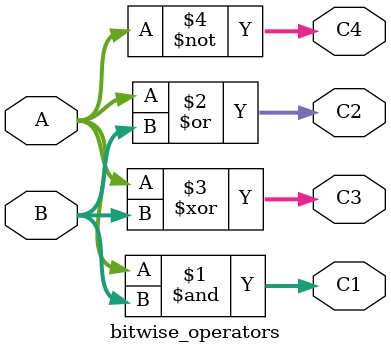
<source format=v>
module bitwise_operators #(
  parameter n = 4
) (
  input [n-1:0] A,
  input [n-1:0] B,
  output [n-1:0] C1,
  output [n-1:0] C2,
  output [n-1:0] C3,
  output [n-1:0] C4

);

// Bitwise AND
assign C1 = A & B;

// Bitwise OR
assign C2 = A | B;

// Bitwise XOR
assign C3 = A ^ B;

// Bitwise NOT
assign C4 = ~A;

endmodule
</source>
